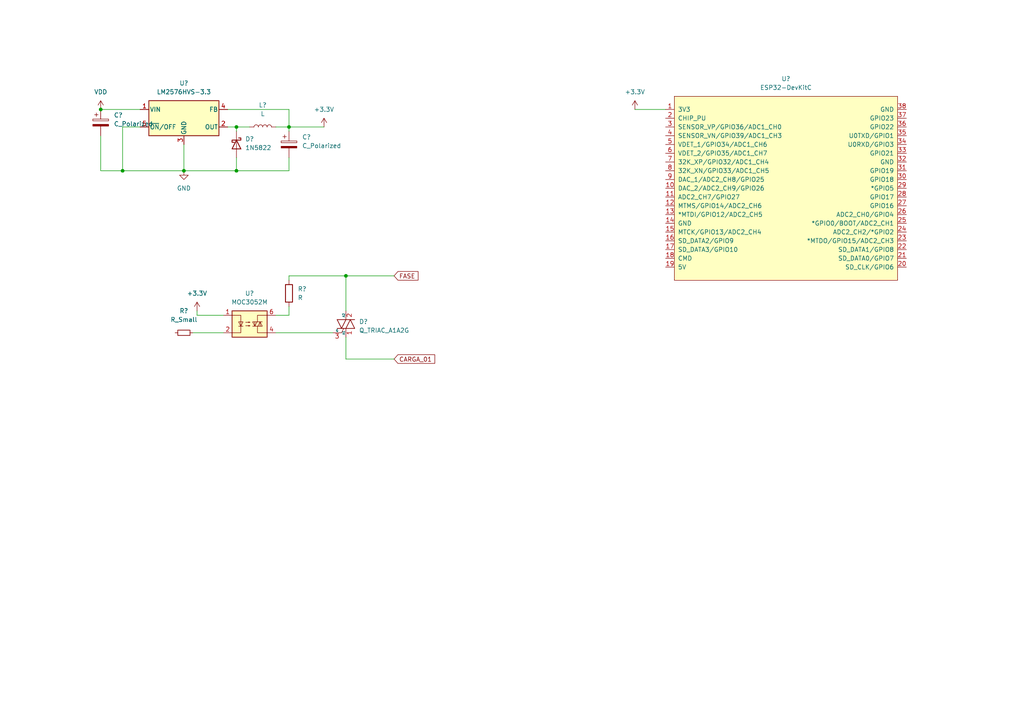
<source format=kicad_sch>
(kicad_sch (version 20211123) (generator eeschema)
  (paper "A4")
  (lib_symbols
    (symbol "Device:C_Polarized" (pin_numbers hide) (pin_names (offset 0.254))
      (property "Reference" "C" (at 0.635 2.54 0))
      (property "Value" "C_Polarized" (at 0.635 -2.54 0))
      (symbol "C_Polarized_0_1"
        (rectangle (start -2.286 0.508) (end 2.286 1.016))
        (polyline (pts (xy -1.778 2.286) (xy -0.762 2.286)))
        (polyline (pts (xy -1.27 2.794) (xy -1.27 1.778)))
        (rectangle (start 2.286 -0.508) (end -2.286 -1.016) (fill (type outline)))
      )
      (symbol "C_Polarized_1_1"
        (pin passive line (at 0 3.81 270) (length 2.794) (name "~") (number "1"))
        (pin passive line (at 0 -3.81 90) (length 2.794) (name "~") (number "2"))
      )
    )
    (symbol "Device:L" (pin_numbers hide) (pin_names (offset 1.016) hide)
      (property "Reference" "L" (at -1.27 0 90))
      (property "Value" "L" (at 1.905 0 90))
      (symbol "L_0_1"
        (arc (start 0 -2.54) (mid 0.635 -1.905) (end 0 -1.27))
        (arc (start 0 -1.27) (mid 0.635 -0.635) (end 0 0))
        (arc (start 0 0) (mid 0.635 0.635) (end 0 1.27))
        (arc (start 0 1.27) (mid 0.635 1.905) (end 0 2.54))
      )
      (symbol "L_1_1"
        (pin passive line (at 0 3.81 270) (length 1.27) (name "1") (number "1"))
        (pin passive line (at 0 -3.81 90) (length 1.27) (name "2") (number "2"))
      )
    )
    (symbol "Device:Q_TRIAC_A1A2G" (pin_names (offset 0))
      (property "Reference" "D" (at 3.175 0.635 0))
      (property "Value" "Q_TRIAC_A1A2G" (at 3.175 -1.27 0))
      (symbol "Q_TRIAC_A1A2G_0_1"
        (polyline (pts (xy -2.54 -1.27) (xy 2.54 -1.27)) (stroke (width 0.2032)))
        (polyline (pts (xy -2.54 1.27) (xy 2.54 1.27)) (stroke (width 0.2032)))
        (polyline (pts (xy -1.27 -2.54) (xy -0.635 -1.27)))
        (polyline (pts (xy -2.54 1.27) (xy -1.27 -1.27) (xy 0 1.27)) (stroke (width 0.2032)))
        (polyline (pts (xy 0 -1.27) (xy 1.27 1.27) (xy 2.54 -1.27)) (stroke (width 0.2032)))
      )
      (symbol "Q_TRIAC_A1A2G_1_1"
        (pin passive line (at 0 -3.81 90) (length 2.54) (name "A1") (number "1"))
        (pin passive line (at 0 3.81 270) (length 2.54) (name "A2") (number "2"))
        (pin input line (at -3.81 -2.54 0) (length 2.54) (name "G") (number "3"))
      )
    )
    (symbol "Device:R" (pin_numbers hide) (pin_names (offset 0))
      (property "Reference" "R" (at 2.032 0 90))
      (property "Value" "R" (at 0 0 90))
      (symbol "R_0_1"
        (rectangle (start -1.016 -2.54) (end 1.016 2.54) (stroke (width 0.254)))
      )
      (symbol "R_1_1"
        (pin passive line (at 0 3.81 270) (length 1.27) (name "~") (number "1"))
        (pin passive line (at 0 -3.81 90) (length 1.27) (name "~") (number "2"))
      )
    )
    (symbol "Device:R_Small" (pin_numbers hide) (pin_names (offset 0.254) hide)
      (property "Reference" "R" (at 0.762 0.508 0))
      (property "Value" "R_Small" (at 0.762 -1.016 0))
      (symbol "R_Small_0_1"
        (rectangle (start -0.762 1.778) (end 0.762 -1.778) (stroke (width 0.2032)))
      )
      (symbol "R_Small_1_1"
        (pin passive line (at 0 2.54 270) (length 0.762) (name "~") (number "1"))
        (pin passive line (at 0 -2.54 90) (length 0.762) (name "~") (number "2"))
      )
    )
    (symbol "Diode:1N5822" (pin_numbers hide) (pin_names (offset 1.016) hide)
      (property "Reference" "D" (at 0 2.54 0))
      (property "Value" "1N5822" (at 0 -2.54 0))
      (symbol "1N5822_0_1"
        (polyline (pts (xy 1.27 0) (xy -1.27 0)))
        (polyline (pts (xy 1.27 1.27) (xy 1.27 -1.27) (xy -1.27 0) (xy 1.27 1.27)) (stroke (width 0.254)))
        (polyline (pts (xy -1.905 0.635) (xy -1.905 1.27) (xy -1.27 1.27) (xy -1.27 -1.27) (xy -0.635 -1.27) (xy -0.635 -0.635)) (stroke (width 0.254)))
      )
      (symbol "1N5822_1_1"
        (pin passive line (at -3.81 0 0) (length 2.54) (name "K") (number "1"))
        (pin passive line (at 3.81 0 180) (length 2.54) (name "A") (number "2"))
      )
    )
    (symbol "Espressif:ESP32-DevKitC" (pin_names (offset 1.016))
      (property "Reference" "U" (at -8.89 26.67 0))
      (property "Value" "ESP32-DevKitC" (at 0 -29.21 0))
      (symbol "ESP32-DevKitC_0_0"
        (pin power_in line (at -33.02 -11.43 0) (length 2.54) (name "GND") (number "14"))
        (pin power_in line (at -33.02 -24.13 0) (length 2.54) (name "5V") (number "19"))
      )
      (symbol "ESP32-DevKitC_0_1"
        (rectangle (start -30.48 25.4) (end 34.29 -27.94) (fill (type background)))
      )
      (symbol "ESP32-DevKitC_1_1"
        (pin power_in line (at -33.02 21.59 0) (length 2.54) (name "3V3") (number "1"))
        (pin bidirectional line (at -33.02 -1.27 0) (length 2.54) (name "DAC_2/ADC2_CH9/GPIO26") (number "10"))
        (pin bidirectional line (at -33.02 -3.81 0) (length 2.54) (name "ADC2_CH7/GPIO27") (number "11"))
        (pin bidirectional line (at -33.02 -6.35 0) (length 2.54) (name "MTMS/GPIO14/ADC2_CH6") (number "12"))
        (pin bidirectional line (at -33.02 -8.89 0) (length 2.54) (name "*MTDI/GPIO12/ADC2_CH5") (number "13"))
        (pin bidirectional line (at -33.02 -13.97 0) (length 2.54) (name "MTCK/GPIO13/ADC2_CH4") (number "15"))
        (pin bidirectional line (at -33.02 -16.51 0) (length 2.54) (name "SD_DATA2/GPIO9") (number "16"))
        (pin bidirectional line (at -33.02 -19.05 0) (length 2.54) (name "SD_DATA3/GPIO10") (number "17"))
        (pin bidirectional line (at -33.02 -21.59 0) (length 2.54) (name "CMD") (number "18"))
        (pin input line (at -33.02 19.05 0) (length 2.54) (name "CHIP_PU") (number "2"))
        (pin bidirectional line (at 36.83 -24.13 180) (length 2.54) (name "SD_CLK/GPIO6") (number "20"))
        (pin bidirectional line (at 36.83 -21.59 180) (length 2.54) (name "SD_DATA0/GPIO7") (number "21"))
        (pin bidirectional line (at 36.83 -19.05 180) (length 2.54) (name "SD_DATA1/GPIO8") (number "22"))
        (pin bidirectional line (at 36.83 -16.51 180) (length 2.54) (name "*MTDO/GPIO15/ADC2_CH3") (number "23"))
        (pin bidirectional line (at 36.83 -13.97 180) (length 2.54) (name "ADC2_CH2/*GPIO2") (number "24"))
        (pin bidirectional line (at 36.83 -11.43 180) (length 2.54) (name "*GPIO0/BOOT/ADC2_CH1") (number "25"))
        (pin bidirectional line (at 36.83 -8.89 180) (length 2.54) (name "ADC2_CH0/GPIO4") (number "26"))
        (pin bidirectional line (at 36.83 -6.35 180) (length 2.54) (name "GPIO16") (number "27"))
        (pin bidirectional line (at 36.83 -3.81 180) (length 2.54) (name "GPIO17") (number "28"))
        (pin bidirectional line (at 36.83 -1.27 180) (length 2.54) (name "*GPIO5") (number "29"))
        (pin input line (at -33.02 16.51 0) (length 2.54) (name "SENSOR_VP/GPIO36/ADC1_CH0") (number "3"))
        (pin bidirectional line (at 36.83 1.27 180) (length 2.54) (name "GPIO18") (number "30"))
        (pin bidirectional line (at 36.83 3.81 180) (length 2.54) (name "GPIO19") (number "31"))
        (pin power_in line (at 36.83 6.35 180) (length 2.54) (name "GND") (number "32"))
        (pin bidirectional line (at 36.83 8.89 180) (length 2.54) (name "GPIO21") (number "33"))
        (pin bidirectional line (at 36.83 11.43 180) (length 2.54) (name "U0RXD/GPIO3") (number "34"))
        (pin bidirectional line (at 36.83 13.97 180) (length 2.54) (name "U0TXD/GPIO1") (number "35"))
        (pin bidirectional line (at 36.83 16.51 180) (length 2.54) (name "GPIO22") (number "36"))
        (pin bidirectional line (at 36.83 19.05 180) (length 2.54) (name "GPIO23") (number "37"))
        (pin power_in line (at 36.83 21.59 180) (length 2.54) (name "GND") (number "38"))
        (pin input line (at -33.02 13.97 0) (length 2.54) (name "SENSOR_VN/GPIO39/ADC1_CH3") (number "4"))
        (pin input line (at -33.02 11.43 0) (length 2.54) (name "VDET_1/GPIO34/ADC1_CH6") (number "5"))
        (pin input line (at -33.02 8.89 0) (length 2.54) (name "VDET_2/GPIO35/ADC1_CH7") (number "6"))
        (pin bidirectional line (at -33.02 6.35 0) (length 2.54) (name "32K_XP/GPIO32/ADC1_CH4") (number "7"))
        (pin bidirectional line (at -33.02 3.81 0) (length 2.54) (name "32K_XN/GPIO33/ADC1_CH5") (number "8"))
        (pin bidirectional line (at -33.02 1.27 0) (length 2.54) (name "DAC_1/ADC2_CH8/GPIO25") (number "9"))
      )
    )
    (symbol "Regulator_Switching:LM2576HVS-3.3" (pin_names (offset 0.254))
      (property "Reference" "U" (at -10.16 6.35 0))
      (property "Value" "LM2576HVS-3.3" (at 0 6.35 0))
      (symbol "LM2576HVS-3.3_0_1"
        (rectangle (start -10.16 5.08) (end 10.16 -5.08) (stroke (width 0.254)) (fill (type background)))
      )
      (symbol "LM2576HVS-3.3_1_1"
        (pin power_in line (at -12.7 2.54 0) (length 2.54) (name "VIN") (number "1"))
        (pin output line (at 12.7 -2.54 180) (length 2.54) (name "OUT") (number "2"))
        (pin power_in line (at 0 -7.62 90) (length 2.54) (name "GND") (number "3"))
        (pin input line (at 12.7 2.54 180) (length 2.54) (name "FB") (number "4"))
        (pin input line (at -12.7 -2.54 0) (length 2.54) (name "~{ON}/OFF") (number "5"))
      )
    )
    (symbol "Relay_SolidState:MOC3052M"
      (property "Reference" "U" (at -5.334 4.826 0))
      (property "Value" "MOC3052M" (at 0 5.08 0))
      (symbol "MOC3052M_0_1"
        (rectangle (start -5.08 3.81) (end 5.08 -3.81) (stroke (width 0.254)) (fill (type background)))
        (polyline (pts (xy -3.175 -0.635) (xy -1.905 -0.635)))
        (polyline (pts (xy 1.524 -0.635) (xy 1.524 0.635)))
        (polyline (pts (xy 3.048 0.635) (xy 3.048 -0.635)))
        (polyline (pts (xy 2.286 -0.635) (xy 2.286 -2.54) (xy 5.08 -2.54)))
        (polyline (pts (xy 2.286 0.635) (xy 2.286 2.54) (xy 5.08 2.54)))
        (polyline (pts (xy -5.08 2.54) (xy -2.54 2.54) (xy -2.54 -2.54) (xy -5.08 -2.54)))
        (polyline (pts (xy -2.54 -0.635) (xy -3.175 0.635) (xy -1.905 0.635) (xy -2.54 -0.635)))
        (polyline (pts (xy 0.889 -0.635) (xy 3.683 -0.635) (xy 3.048 0.635) (xy 2.413 -0.635)))
        (polyline (pts (xy 3.683 0.635) (xy 0.889 0.635) (xy 1.524 -0.635) (xy 2.159 0.635)))
        (polyline (pts (xy -1.143 -0.508) (xy 0.127 -0.508) (xy -0.254 -0.635) (xy -0.254 -0.381) (xy 0.127 -0.508)))
        (polyline (pts (xy -1.143 0.508) (xy 0.127 0.508) (xy -0.254 0.381) (xy -0.254 0.635) (xy 0.127 0.508)))
      )
      (symbol "MOC3052M_1_1"
        (pin passive line (at -7.62 2.54 0) (length 2.54) (name "~") (number "1"))
        (pin passive line (at -7.62 -2.54 0) (length 2.54) (name "~") (number "2"))
        (pin no_connect line (at -5.08 0 0) (length 2.54) hide (name "NC") (number "3"))
        (pin passive line (at 7.62 -2.54 180) (length 2.54) (name "~") (number "4"))
        (pin no_connect line (at 5.08 0 180) (length 2.54) hide (name "NC") (number "5"))
        (pin passive line (at 7.62 2.54 180) (length 2.54) (name "~") (number "6"))
      )
    )
    (symbol "power:+3.3V" (power) (pin_names (offset 0))
      (property "Value" "+3.3V" (at 0 3.556 0))
      (symbol "+3.3V_0_1"
        (polyline (pts (xy -0.762 1.27) (xy 0 2.54)))
        (polyline (pts (xy 0 0) (xy 0 2.54)))
        (polyline (pts (xy 0 2.54) (xy 0.762 1.27)))
      )
      (symbol "+3.3V_1_1"
        (pin power_in line (at 0 0 90) (length 0) hide (name "+3.3V") (number "1"))
      )
    )
    (symbol "power:GND" (power) (pin_names (offset 0))
      (property "Value" "GND" (at 0 -3.81 0))
      (symbol "GND_0_1"
        (polyline (pts (xy 0 0) (xy 0 -1.27) (xy 1.27 -1.27) (xy 0 -2.54) (xy -1.27 -1.27) (xy 0 -1.27)))
      )
      (symbol "GND_1_1"
        (pin power_in line (at 0 0 270) (length 0) hide (name "GND") (number "1"))
      )
    )
    (symbol "power:VDD" (power) (pin_names (offset 0))
      (property "Value" "VDD" (at 0 3.81 0))
      (symbol "VDD_0_1"
        (polyline (pts (xy -0.762 1.27) (xy 0 2.54)))
        (polyline (pts (xy 0 0) (xy 0 2.54)))
        (polyline (pts (xy 0 2.54) (xy 0.762 1.27)))
      )
      (symbol "VDD_1_1"
        (pin power_in line (at 0 0 90) (length 0) hide (name "VDD") (number "1"))
      )
    )
  )
  (junction (at 29.21 31.75))
  (junction (at 83.82 36.83))
  (junction (at 35.56 49.53))
  (junction (at 68.58 49.53))
  (junction (at 68.58 36.83))
  (junction (at 53.34 49.53))
  (junction (at 100.33 80.01))
  (wire (pts (xy 80.01 91.44) (xy 83.82 91.44)))
  (wire (pts (xy 83.82 36.83) (xy 83.82 38.1)))
  (wire (pts (xy 53.34 41.91) (xy 53.34 49.53)))
  (wire (pts (xy 100.33 80.01) (xy 100.33 90.17)))
  (wire (pts (xy 68.58 49.53) (xy 83.82 49.53)))
  (wire (pts (xy 83.82 80.01) (xy 83.82 81.28)))
  (wire (pts (xy 29.21 31.75) (xy 40.64 31.75)))
  (wire (pts (xy 100.33 80.01) (xy 83.82 80.01)))
  (wire (pts (xy 57.15 90.17) (xy 57.15 91.44)))
  (wire (pts (xy 66.04 31.75) (xy 83.82 31.75)))
  (wire (pts (xy 68.58 36.83) (xy 68.58 38.1)))
  (wire (pts (xy 80.01 36.83) (xy 83.82 36.83)))
  (wire (pts (xy 53.34 49.53) (xy 68.58 49.53)))
  (wire (pts (xy 57.15 91.44) (xy 64.77 91.44)))
  (wire (pts (xy 29.21 39.37) (xy 29.21 49.53)))
  (wire (pts (xy 35.56 49.53) (xy 53.34 49.53)))
  (wire (pts (xy 100.33 97.79) (xy 100.33 104.14)))
  (wire (pts (xy 68.58 45.72) (xy 68.58 49.53)))
  (wire (pts (xy 100.33 104.14) (xy 114.3 104.14)))
  (wire (pts (xy 83.82 36.83) (xy 93.98 36.83)))
  (wire (pts (xy 80.01 96.52) (xy 96.52 96.52)))
  (wire (pts (xy 184.15 31.75) (xy 193.04 31.75)))
  (wire (pts (xy 35.56 36.83) (xy 35.56 49.53)))
  (wire (pts (xy 40.64 36.83) (xy 35.56 36.83)))
  (wire (pts (xy 29.21 49.53) (xy 35.56 49.53)))
  (wire (pts (xy 83.82 91.44) (xy 83.82 88.9)))
  (wire (pts (xy 83.82 31.75) (xy 83.82 36.83)))
  (wire (pts (xy 68.58 36.83) (xy 72.39 36.83)))
  (wire (pts (xy 83.82 49.53) (xy 83.82 45.72)))
  (wire (pts (xy 66.04 36.83) (xy 68.58 36.83)))
  (wire (pts (xy 55.88 96.52) (xy 64.77 96.52)))
  (wire (pts (xy 114.3 80.01) (xy 100.33 80.01)))
  (global_label "CARGA_01" (shape input) (at 114.3 104.14 0) (property "Intersheet References" "${INTERSHEET_REFS}" (effects hide)))
  (global_label "FASE" (shape input) (at 114.3 80.01 0) (property "Intersheet References" "${INTERSHEET_REFS}" (effects hide)))
  (symbol (lib_id "Diode:1N5822") (at 68.58 41.91 270) (unit 1)
    (property "Reference" "D?" (at 71.12 40.3224 90) (effects (justify left)))
    (property "Value" "1N5822" (at 71.12 42.8624 90) (effects (justify left)))
    (property "Footprint" "Diode_THT:D_DO-201AD_P15.24mm_Horizontal" (effects hide))
    (property "Datasheet" "http://www.vishay.com/docs/88526/1n5820.pdf" (effects hide))
  )
  (symbol (lib_id "power:+3.3V") (at 184.15 31.75 0) (unit 1)
    (property "Reference" "#PWR?" (effects hide))
    (property "Value" "+3.3V" (at 184.15 26.67 0))
  )
  (symbol (lib_id "power:GND") (at 53.34 49.53 0) (unit 1)
    (property "Reference" "#PWR?" (effects hide))
    (property "Value" "GND" (at 53.34 54.61 0))
  )
  (symbol (lib_id "Relay_SolidState:MOC3052M") (at 72.39 93.98 0) (unit 1)
    (property "Reference" "U?" (at 72.39 85.09 0))
    (property "Value" "MOC3052M" (at 72.39 87.63 0))
    (property "Datasheet" "https://www.onsemi.com/pub/Collateral/MOC3052M-D.PDF" (effects hide))
  )
  (symbol (lib_id "Device:C_Polarized") (at 83.82 41.91 0) (unit 1)
    (property "Reference" "C?" (at 87.63 39.7509 0) (effects (justify left)))
    (property "Value" "C_Polarized" (at 87.63 42.2909 0) (effects (justify left)))
  )
  (symbol (lib_id "Device:Q_TRIAC_A1A2G") (at 100.33 93.98 0) (unit 1)
    (property "Reference" "D?" (at 104.14 93.2941 0) (effects (justify left)))
    (property "Value" "Q_TRIAC_A1A2G" (at 104.14 95.8341 0) (effects (justify left)))
  )
  (symbol (lib_id "power:VDD") (at 29.21 31.75 0) (unit 1)
    (property "Reference" "#PWR?" (effects hide))
    (property "Value" "VDD" (at 29.21 26.67 0))
  )
  (symbol (lib_id "power:+3.3V") (at 93.98 36.83 0) (unit 1)
    (property "Reference" "#PWR?" (effects hide))
    (property "Value" "+3.3V" (at 93.98 31.75 0))
  )
  (symbol (lib_id "Device:R_Small") (at 53.34 96.52 90) (unit 1)
    (property "Reference" "R?" (at 53.34 90.17 90))
    (property "Value" "R_Small" (at 53.34 92.71 90))
    (property "Footprint" "Resistor_SMD:R_0805_2012Metric_Pad1.20x1.40mm_HandSolder" (effects hide))
  )
  (symbol (lib_id "power:+3.3V") (at 57.15 90.17 0) (unit 1)
    (property "Reference" "#PWR?" (effects hide))
    (property "Value" "+3.3V" (at 57.15 85.09 0))
  )
  (symbol (lib_id "Device:C_Polarized") (at 29.21 35.56 0) (unit 1)
    (property "Reference" "C?" (at 33.02 33.4009 0) (effects (justify left)))
    (property "Value" "C_Polarized" (at 33.02 35.9409 0) (effects (justify left)))
  )
  (symbol (lib_id "Device:L") (at 76.2 36.83 90) (unit 1)
    (property "Reference" "L?" (at 76.2 30.48 90))
    (property "Value" "L" (at 76.2 33.02 90))
  )
  (symbol (lib_id "Espressif:ESP32-DevKitC") (at 226.06 53.34 0) (unit 1)
    (property "Reference" "U?" (at 227.965 22.86 0))
    (property "Value" "ESP32-DevKitC" (at 227.965 25.4 0))
    (property "Footprint" "Espressif:ESP32-DevKitC" (effects hide))
    (property "Datasheet" "https://docs.espressif.com/projects/esp-idf/zh_CN/latest/esp32/hw-reference/esp32/get-started-devkitc.html" (effects hide))
  )
  (symbol (lib_id "Device:R") (at 83.82 85.09 0) (unit 1)
    (property "Reference" "R?" (at 86.36 83.8199 0) (effects (justify left)))
    (property "Value" "R" (at 86.36 86.3599 0) (effects (justify left)))
    (property "Footprint" "Resistor_SMD:R_2512_6332Metric_Pad1.40x3.35mm_HandSolder" (effects hide))
  )
  (symbol (lib_id "Regulator_Switching:LM2576HVS-3.3") (at 53.34 34.29 0) (unit 1)
    (property "Reference" "U?" (at 53.34 24.13 0))
    (property "Value" "LM2576HVS-3.3" (at 53.34 26.67 0))
    (property "Footprint" "Package_TO_SOT_SMD:TO-263-5_TabPin3" (effects hide))
    (property "Datasheet" "http://www.ti.com/lit/ds/symlink/lm2576.pdf" (effects hide))
  )
)
</source>
